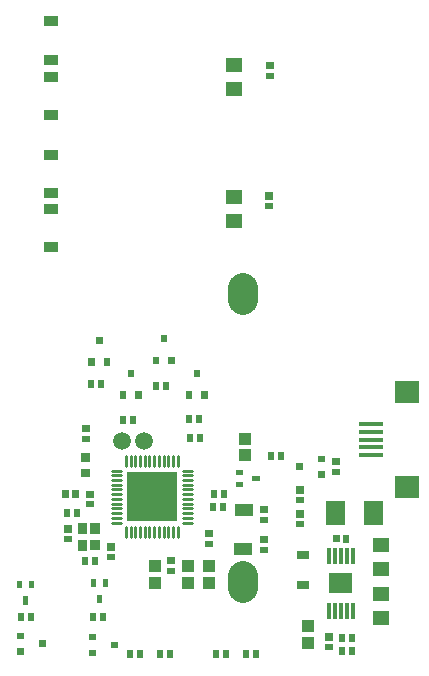
<source format=gtp>
G04 Layer: TopPasteMaskLayer*
G04 EasyEDA v6.3.22, 2020-02-01T14:25:23+03:00*
G04 de8c743d1f944906aa5e958e3f35c1be,ca54920fb7ea4c169f3d1b618bee327e,10*
G04 Gerber Generator version 0.2*
G04 Scale: 100 percent, Rotated: No, Reflected: No *
G04 Dimensions in inches *
G04 leading zeros omitted , absolute positions ,2 integer and 4 decimal *
%FSLAX24Y24*%
%MOIN*%
G90*
G70D02*

%ADD19C,0.008661*%
%ADD20C,0.098425*%
%ADD23R,0.025590X0.023620*%
%ADD25R,0.023620X0.025590*%
%ADD26R,0.048000X0.035800*%
%ADD30R,0.012000X0.055000*%
%ADD38R,0.039370X0.031496*%
%ADD39R,0.043307X0.039370*%
%ADD40R,0.057087X0.045670*%
%ADD41C,0.059055*%
%ADD42R,0.078740X0.017717*%
%ADD43R,0.082677X0.074803*%

%LPD*%
G54D19*
G01X7615Y8777D02*
G01X7615Y9084D01*
G01X7459Y8777D02*
G01X7459Y9084D01*
G01X7302Y8777D02*
G01X7302Y9084D01*
G01X7143Y8777D02*
G01X7143Y9084D01*
G01X6986Y8777D02*
G01X6986Y9084D01*
G01X6828Y8777D02*
G01X6828Y9084D01*
G01X6672Y8777D02*
G01X6672Y9084D01*
G01X6514Y8777D02*
G01X6514Y9084D01*
G01X6356Y8777D02*
G01X6356Y9084D01*
G01X6198Y8777D02*
G01X6198Y9084D01*
G01X6042Y8777D02*
G01X6042Y9084D01*
G01X5884Y8777D02*
G01X5884Y9084D01*
G01X5884Y6721D02*
G01X5884Y6414D01*
G01X6042Y6721D02*
G01X6042Y6414D01*
G01X6198Y6721D02*
G01X6198Y6414D01*
G01X6356Y6721D02*
G01X6356Y6414D01*
G01X6514Y6721D02*
G01X6514Y6414D01*
G01X6672Y6721D02*
G01X6672Y6414D01*
G01X6828Y6721D02*
G01X6828Y6414D01*
G01X6986Y6721D02*
G01X6986Y6414D01*
G01X7143Y6721D02*
G01X7143Y6414D01*
G01X7302Y6721D02*
G01X7302Y6414D01*
G01X7459Y6721D02*
G01X7459Y6414D01*
G01X7615Y6721D02*
G01X7615Y6414D01*
G01X5722Y6882D02*
G01X5415Y6882D01*
G01X5722Y7040D02*
G01X5415Y7040D01*
G01X5722Y7198D02*
G01X5415Y7198D01*
G01X5722Y7355D02*
G01X5415Y7355D01*
G01X5722Y7513D02*
G01X5415Y7513D01*
G01X5722Y7671D02*
G01X5415Y7671D01*
G01X5722Y7828D02*
G01X5415Y7828D01*
G01X5722Y7986D02*
G01X5415Y7986D01*
G01X5722Y8142D02*
G01X5415Y8142D01*
G01X5722Y8301D02*
G01X5415Y8301D01*
G01X5722Y8457D02*
G01X5415Y8457D01*
G01X5722Y8615D02*
G01X5415Y8615D01*
G01X7778Y8615D02*
G01X8085Y8615D01*
G01X7778Y8457D02*
G01X8085Y8457D01*
G01X7778Y8301D02*
G01X8085Y8301D01*
G01X7778Y8142D02*
G01X8085Y8142D01*
G01X7778Y7986D02*
G01X8085Y7986D01*
G01X7778Y7828D02*
G01X8085Y7828D01*
G01X7778Y7671D02*
G01X8085Y7671D01*
G01X7778Y7513D02*
G01X8085Y7513D01*
G01X7778Y7355D02*
G01X8085Y7355D01*
G01X7778Y7198D02*
G01X8085Y7198D01*
G01X7778Y7040D02*
G01X8085Y7040D01*
G01X7778Y6882D02*
G01X8085Y6882D01*
G54D20*
G01X9800Y14696D02*
G01X9800Y14303D01*
G01X9800Y5096D02*
G01X9800Y4703D01*
G36*
G01X4707Y5951D02*
G01X4707Y6305D01*
G01X5022Y6305D01*
G01X5022Y5951D01*
G01X4707Y5951D01*
G37*
G36*
G01X4707Y6498D02*
G01X4707Y6853D01*
G01X5022Y6853D01*
G01X5022Y6498D01*
G01X4707Y6498D01*
G37*
G36*
G01X4277Y6498D02*
G01X4277Y6853D01*
G01X4593Y6853D01*
G01X4593Y6498D01*
G01X4277Y6498D01*
G37*
G36*
G01X4277Y5946D02*
G01X4277Y6301D01*
G01X4592Y6301D01*
G01X4592Y5946D01*
G01X4277Y5946D01*
G37*
G36*
G01X3822Y6548D02*
G01X3822Y6784D01*
G01X4077Y6784D01*
G01X4077Y6548D01*
G01X3822Y6548D01*
G37*
G54D23*
G01X3950Y6332D03*
G36*
G01X10372Y7198D02*
G01X10372Y7434D01*
G01X10627Y7434D01*
G01X10627Y7198D01*
G01X10372Y7198D01*
G37*
G01X10500Y6982D03*
G01X10500Y5982D03*
G36*
G01X10627Y6434D02*
G01X10627Y6198D01*
G01X10372Y6198D01*
G01X10372Y6434D01*
G01X10627Y6434D01*
G37*
G36*
G01X9510Y7496D02*
G01X10110Y7496D01*
G01X10110Y7101D01*
G01X9510Y7101D01*
G01X9510Y7496D01*
G37*
G36*
G01X9489Y6198D02*
G01X10089Y6198D01*
G01X10089Y5803D01*
G01X9489Y5803D01*
G01X9489Y6198D01*
G37*
G01X4700Y7492D03*
G36*
G01X4827Y7944D02*
G01X4827Y7709D01*
G01X4572Y7709D01*
G01X4572Y7944D01*
G01X4827Y7944D01*
G37*
G54D25*
G01X3932Y7200D03*
G01X4267Y7200D03*
G36*
G01X7272Y5498D02*
G01X7272Y5734D01*
G01X7527Y5734D01*
G01X7527Y5498D01*
G01X7272Y5498D01*
G37*
G54D23*
G01X7400Y5282D03*
G54D25*
G01X4867Y5600D03*
G01X4532Y5600D03*
G54D23*
G01X5400Y5732D03*
G36*
G01X5527Y6184D02*
G01X5527Y5948D01*
G01X5272Y5948D01*
G01X5272Y6184D01*
G01X5527Y6184D01*
G37*
G54D25*
G01X8367Y9700D03*
G01X8032Y9700D03*
G36*
G01X8522Y6398D02*
G01X8522Y6634D01*
G01X8777Y6634D01*
G01X8777Y6398D01*
G01X8522Y6398D01*
G37*
G54D23*
G01X8650Y6182D03*
G36*
G01X4102Y7957D02*
G01X4338Y7957D01*
G01X4338Y7701D01*
G01X4102Y7701D01*
G01X4102Y7957D01*
G37*
G36*
G01X3768Y7957D02*
G01X4003Y7957D01*
G01X4003Y7701D01*
G01X3768Y7701D01*
G01X3768Y7957D01*
G37*
G36*
G01X10572Y21998D02*
G01X10572Y22234D01*
G01X10827Y22234D01*
G01X10827Y21998D01*
G01X10572Y21998D01*
G37*
G01X10700Y21782D03*
G36*
G01X10522Y17648D02*
G01X10522Y17884D01*
G01X10777Y17884D01*
G01X10777Y17648D01*
G01X10522Y17648D01*
G37*
G01X10650Y17432D03*
G54D25*
G01X10732Y9100D03*
G01X11067Y9100D03*
G54D26*
G01X3400Y23590D03*
G01X3400Y22309D03*
G01X3400Y20459D03*
G01X3400Y21740D03*
G01X3400Y19140D03*
G01X3400Y17859D03*
G01X3400Y16059D03*
G01X3400Y17340D03*
G36*
G01X7042Y13132D02*
G01X7259Y13132D01*
G01X7259Y12896D01*
G01X7042Y12896D01*
G01X7042Y13132D01*
G37*
G36*
G01X7302Y12403D02*
G01X7518Y12403D01*
G01X7518Y12167D01*
G01X7302Y12167D01*
G01X7302Y12403D01*
G37*
G36*
G01X6781Y12403D02*
G01X6998Y12403D01*
G01X6998Y12167D01*
G01X6781Y12167D01*
G01X6781Y12403D01*
G37*
G36*
G01X8142Y11982D02*
G01X8359Y11982D01*
G01X8359Y11746D01*
G01X8142Y11746D01*
G01X8142Y11982D01*
G37*
G36*
G01X8402Y11253D02*
G01X8618Y11253D01*
G01X8618Y11017D01*
G01X8402Y11017D01*
G01X8402Y11253D01*
G37*
G36*
G01X7881Y11253D02*
G01X8098Y11253D01*
G01X8098Y11017D01*
G01X7881Y11017D01*
G01X7881Y11253D01*
G37*
G36*
G01X4892Y13082D02*
G01X5109Y13082D01*
G01X5109Y12846D01*
G01X4892Y12846D01*
G01X4892Y13082D01*
G37*
G36*
G01X5152Y12353D02*
G01X5368Y12353D01*
G01X5368Y12117D01*
G01X5152Y12117D01*
G01X5152Y12353D01*
G37*
G36*
G01X4631Y12353D02*
G01X4848Y12353D01*
G01X4848Y12117D01*
G01X4631Y12117D01*
G01X4631Y12353D01*
G37*
G36*
G01X5942Y11982D02*
G01X6159Y11982D01*
G01X6159Y11746D01*
G01X5942Y11746D01*
G01X5942Y11982D01*
G37*
G36*
G01X6202Y11253D02*
G01X6418Y11253D01*
G01X6418Y11017D01*
G01X6202Y11017D01*
G01X6202Y11253D01*
G37*
G36*
G01X5681Y11253D02*
G01X5898Y11253D01*
G01X5898Y11017D01*
G01X5681Y11017D01*
G01X5681Y11253D01*
G37*
G36*
G01X2628Y4421D02*
G01X2628Y4146D01*
G01X2471Y4146D01*
G01X2471Y4421D01*
G01X2628Y4421D01*
G37*
G36*
G01X2826Y4934D02*
G01X2826Y4698D01*
G01X2668Y4698D01*
G01X2668Y4934D01*
G01X2826Y4934D01*
G37*
G36*
G01X2431Y4934D02*
G01X2431Y4698D01*
G01X2273Y4698D01*
G01X2273Y4934D01*
G01X2431Y4934D01*
G37*
G36*
G01X5078Y4471D02*
G01X5078Y4196D01*
G01X4921Y4196D01*
G01X4921Y4471D01*
G01X5078Y4471D01*
G37*
G36*
G01X5276Y4984D02*
G01X5276Y4748D01*
G01X5118Y4748D01*
G01X5118Y4984D01*
G01X5276Y4984D01*
G37*
G36*
G01X4881Y4984D02*
G01X4881Y4748D01*
G01X4723Y4748D01*
G01X4723Y4984D01*
G01X4881Y4984D01*
G37*
G54D30*
G01X13444Y5765D03*
G01X13244Y5765D03*
G01X13044Y5765D03*
G01X12855Y5765D03*
G01X12655Y5765D03*
G01X12655Y3934D03*
G01X12855Y3934D03*
G01X13044Y3934D03*
G01X13244Y3934D03*
G01X13444Y3934D03*
G36*
G01X13414Y5186D02*
G01X13414Y4523D01*
G01X12675Y4523D01*
G01X12675Y5186D01*
G01X13414Y5186D01*
G37*
G36*
G01X12555Y7594D02*
G01X13185Y7594D01*
G01X13185Y6805D01*
G01X12555Y6805D01*
G01X12555Y7594D01*
G37*
G36*
G01X13814Y7594D02*
G01X14444Y7594D01*
G01X14444Y6805D01*
G01X13814Y6805D01*
G01X13814Y7594D01*
G37*
G36*
G01X13021Y6221D02*
G01X12785Y6221D01*
G01X12785Y6478D01*
G01X13021Y6478D01*
G01X13021Y6221D01*
G37*
G54D25*
G01X13236Y6350D03*
G01X13417Y3050D03*
G01X13082Y3050D03*
G01X13417Y2600D03*
G01X13082Y2600D03*
G36*
G01X12522Y2948D02*
G01X12522Y3184D01*
G01X12777Y3184D01*
G01X12777Y2948D01*
G01X12522Y2948D01*
G37*
G54D23*
G01X12650Y2732D03*
G36*
G01X10077Y8428D02*
G01X10352Y8428D01*
G01X10352Y8271D01*
G01X10077Y8271D01*
G01X10077Y8428D01*
G37*
G36*
G01X9565Y8626D02*
G01X9802Y8626D01*
G01X9802Y8467D01*
G01X9565Y8467D01*
G01X9565Y8626D01*
G37*
G36*
G01X9565Y8232D02*
G01X9802Y8232D01*
G01X9802Y8073D01*
G01X9565Y8073D01*
G01X9565Y8232D01*
G37*
G36*
G01X11568Y8642D02*
G01X11568Y8857D01*
G01X11803Y8857D01*
G01X11803Y8642D01*
G01X11568Y8642D01*
G37*
G36*
G01X12296Y8901D02*
G01X12296Y9117D01*
G01X12531Y9117D01*
G01X12531Y8901D01*
G01X12296Y8901D01*
G37*
G36*
G01X12296Y8382D02*
G01X12296Y8598D01*
G01X12531Y8598D01*
G01X12531Y8382D01*
G01X12296Y8382D01*
G37*
G36*
G01X11572Y7848D02*
G01X11572Y8084D01*
G01X11827Y8084D01*
G01X11827Y7848D01*
G01X11572Y7848D01*
G37*
G01X11700Y7632D03*
G36*
G01X11572Y7048D02*
G01X11572Y7284D01*
G01X11827Y7284D01*
G01X11827Y7048D01*
G01X11572Y7048D01*
G37*
G01X11700Y6832D03*
G54D25*
G01X7032Y2500D03*
G01X7367Y2500D03*
G01X9882Y2500D03*
G01X10217Y2500D03*
G01X9217Y2500D03*
G01X8882Y2500D03*
G01X6367Y2500D03*
G01X6032Y2500D03*
G01X5117Y3750D03*
G01X4782Y3750D03*
G36*
G01X7577Y6921D02*
G01X5922Y6921D01*
G01X5922Y8576D01*
G01X7577Y8576D01*
G01X7577Y6921D01*
G37*
G36*
G01X12772Y8798D02*
G01X12772Y9034D01*
G01X13027Y9034D01*
G01X13027Y8798D01*
G01X12772Y8798D01*
G37*
G54D23*
G01X12900Y8582D03*
G54D25*
G01X2717Y3750D03*
G01X2382Y3750D03*
G01X7982Y10350D03*
G01X8317Y10350D03*
G01X4732Y11500D03*
G01X5067Y11500D03*
G36*
G01X3232Y2957D02*
G01X3232Y2742D01*
G01X2996Y2742D01*
G01X2996Y2957D01*
G01X3232Y2957D01*
G37*
G36*
G01X2503Y2698D02*
G01X2503Y2482D01*
G01X2268Y2482D01*
G01X2268Y2698D01*
G01X2503Y2698D01*
G37*
G36*
G01X2503Y3217D02*
G01X2503Y3001D01*
G01X2268Y3001D01*
G01X2268Y3217D01*
G01X2503Y3217D01*
G37*
G01X6882Y11450D03*
G01X7217Y11450D03*
G36*
G01X5632Y2907D02*
G01X5632Y2692D01*
G01X5396Y2692D01*
G01X5396Y2907D01*
G01X5632Y2907D01*
G37*
G36*
G01X4903Y2648D02*
G01X4903Y2432D01*
G01X4668Y2432D01*
G01X4668Y2648D01*
G01X4903Y2648D01*
G37*
G36*
G01X4903Y3167D02*
G01X4903Y2951D01*
G01X4668Y2951D01*
G01X4668Y3167D01*
G01X4903Y3167D01*
G37*
G01X5782Y10300D03*
G01X6117Y10300D03*
G36*
G01X4393Y8386D02*
G01X4393Y8682D01*
G01X4707Y8682D01*
G01X4707Y8386D01*
G01X4393Y8386D01*
G37*
G36*
G01X4393Y8917D02*
G01X4393Y9213D01*
G01X4707Y9213D01*
G01X4707Y8917D01*
G01X4393Y8917D01*
G37*
G36*
G01X4422Y9898D02*
G01X4422Y10134D01*
G01X4677Y10134D01*
G01X4677Y9898D01*
G01X4422Y9898D01*
G37*
G54D23*
G01X4550Y9682D03*
G54D38*
G01X11800Y5800D03*
G01X11800Y4800D03*
G54D39*
G01X8650Y4874D03*
G01X8650Y5425D03*
G01X6850Y5425D03*
G01X6850Y4874D03*
G01X7950Y5425D03*
G01X7950Y4874D03*
G54D40*
G01X9500Y22149D03*
G01X9500Y21349D03*
G01X9500Y17749D03*
G01X9500Y16949D03*
G54D39*
G01X9850Y9124D03*
G01X9850Y9675D03*
G54D40*
G01X14400Y3699D03*
G01X14400Y4499D03*
G01X14400Y5349D03*
G01X14400Y6149D03*
G54D39*
G01X11950Y3425D03*
G01X11950Y2874D03*
G54D41*
G01X6500Y9600D03*
G01X5750Y9600D03*
G54D42*
G01X14046Y10161D03*
G01X14046Y9905D03*
G01X14046Y9650D03*
G01X14046Y9394D03*
G01X14046Y9138D03*
G54D43*
G01X15254Y11224D03*
G01X15254Y8075D03*
G54D25*
G01X8832Y7850D03*
G01X9167Y7850D03*
G01X8782Y7400D03*
G01X9117Y7400D03*
M00*
M02*

</source>
